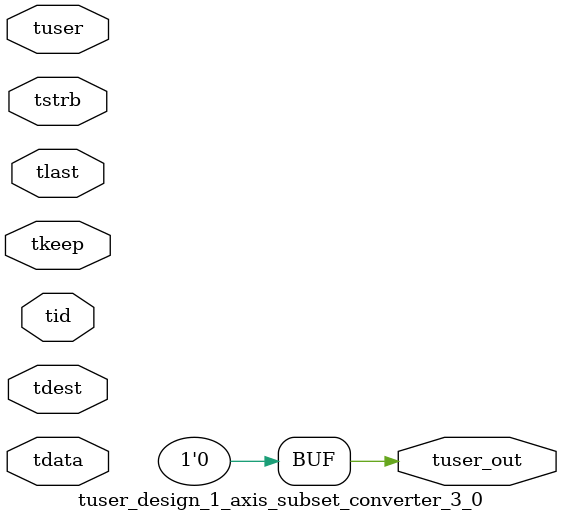
<source format=v>


`timescale 1ps/1ps

module tuser_design_1_axis_subset_converter_3_0 #
(
parameter C_S_AXIS_TUSER_WIDTH = 1,
parameter C_S_AXIS_TDATA_WIDTH = 32,
parameter C_S_AXIS_TID_WIDTH   = 0,
parameter C_S_AXIS_TDEST_WIDTH = 0,
parameter C_M_AXIS_TUSER_WIDTH = 1
)
(
input  [(C_S_AXIS_TUSER_WIDTH == 0 ? 1 : C_S_AXIS_TUSER_WIDTH)-1:0     ] tuser,
input  [(C_S_AXIS_TDATA_WIDTH == 0 ? 1 : C_S_AXIS_TDATA_WIDTH)-1:0     ] tdata,
input  [(C_S_AXIS_TID_WIDTH   == 0 ? 1 : C_S_AXIS_TID_WIDTH)-1:0       ] tid,
input  [(C_S_AXIS_TDEST_WIDTH == 0 ? 1 : C_S_AXIS_TDEST_WIDTH)-1:0     ] tdest,
input  [(C_S_AXIS_TDATA_WIDTH/8)-1:0 ] tkeep,
input  [(C_S_AXIS_TDATA_WIDTH/8)-1:0 ] tstrb,
input                                                                    tlast,
output [C_M_AXIS_TUSER_WIDTH-1:0] tuser_out
);

assign tuser_out = {1'b0};

endmodule


</source>
